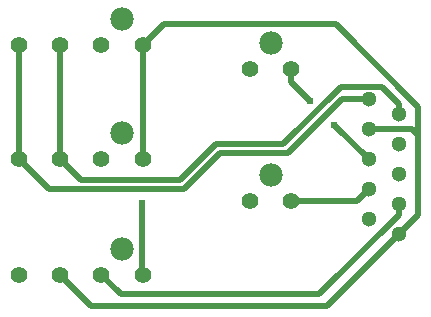
<source format=gbr>
G04 #@! TF.FileFunction,Copper,L1,Top,Signal*
%FSLAX46Y46*%
G04 Gerber Fmt 4.6, Leading zero omitted, Abs format (unit mm)*
G04 Created by KiCad (PCBNEW 4.0.7-e2-6376~58~ubuntu16.04.1) date Mon Jan 22 14:14:19 2018*
%MOMM*%
%LPD*%
G01*
G04 APERTURE LIST*
%ADD10C,0.100000*%
%ADD11C,1.397000*%
%ADD12C,1.981000*%
%ADD13C,1.300000*%
%ADD14C,0.609600*%
%ADD15C,0.508000*%
G04 APERTURE END LIST*
D10*
D11*
X133195000Y-100457000D03*
X136695000Y-100457000D03*
D12*
X134945000Y-98227000D03*
D11*
X129695000Y-100457000D03*
X126195000Y-100457000D03*
D13*
X158369000Y-91948000D03*
X158369000Y-94488000D03*
X158369000Y-97028000D03*
X158369000Y-89408000D03*
X155829000Y-95758000D03*
X155829000Y-93218000D03*
X155829000Y-90678000D03*
X155829000Y-88138000D03*
X158369000Y-86868000D03*
X155829000Y-85598000D03*
D11*
X145796000Y-94234000D03*
X149296000Y-94234000D03*
D12*
X147546000Y-92004000D03*
D11*
X145796000Y-83058000D03*
X149296000Y-83058000D03*
D12*
X147546000Y-80828000D03*
D11*
X133195000Y-90678000D03*
X136695000Y-90678000D03*
D12*
X134945000Y-88448000D03*
D11*
X129695000Y-90678000D03*
X126195000Y-90678000D03*
X133195000Y-81026000D03*
X136695000Y-81026000D03*
D12*
X134945000Y-78796000D03*
D11*
X129695000Y-81026000D03*
X126195000Y-81026000D03*
D14*
X136652000Y-94361000D03*
X150876000Y-85725000D03*
X152908000Y-87757000D03*
D15*
X160020000Y-86233000D02*
X160020000Y-88646000D01*
X160020000Y-88646000D02*
X160020000Y-95377000D01*
X155829000Y-88138000D02*
X159512000Y-88138000D01*
X159512000Y-88138000D02*
X160020000Y-88646000D01*
X136695000Y-81026000D02*
X138473000Y-79248000D01*
X138473000Y-79248000D02*
X153035000Y-79248000D01*
X153035000Y-79248000D02*
X160020000Y-86233000D01*
X160020000Y-95377000D02*
X158369000Y-97028000D01*
X136652000Y-94361000D02*
X136652000Y-100414000D01*
X136652000Y-100414000D02*
X136695000Y-100457000D01*
X136695000Y-81026000D02*
X136695000Y-90678000D01*
X152273000Y-103124000D02*
X132362000Y-103124000D01*
X132362000Y-103124000D02*
X129695000Y-100457000D01*
X136568000Y-90805000D02*
X136695000Y-90678000D01*
X152273000Y-103124000D02*
X158369000Y-97028000D01*
X151668238Y-102108000D02*
X134846000Y-102108000D01*
X134846000Y-102108000D02*
X133195000Y-100457000D01*
X158369000Y-94488000D02*
X158369000Y-95407238D01*
X158369000Y-95407238D02*
X151668238Y-102108000D01*
X158369000Y-86868000D02*
X158369000Y-85948762D01*
X158369000Y-85948762D02*
X156961837Y-84541599D01*
X156961837Y-84541599D02*
X153456401Y-84541599D01*
X153456401Y-84541599D02*
X148590000Y-89408000D01*
X148590000Y-89408000D02*
X142875000Y-89408000D01*
X142875000Y-89408000D02*
X139827000Y-92456000D01*
X139827000Y-92456000D02*
X131473000Y-92456000D01*
X131473000Y-92456000D02*
X129695000Y-90678000D01*
X129695000Y-81026000D02*
X129695000Y-90678000D01*
X140208000Y-93218000D02*
X128735000Y-93218000D01*
X128735000Y-93218000D02*
X126195000Y-90678000D01*
X143256000Y-90170000D02*
X140208000Y-93218000D01*
X148971000Y-90170000D02*
X143256000Y-90170000D01*
X153543000Y-85598000D02*
X148971000Y-90170000D01*
X155829000Y-85598000D02*
X153543000Y-85598000D01*
X126195000Y-81026000D02*
X126195000Y-90678000D01*
X149296000Y-94234000D02*
X154813000Y-94234000D01*
X154813000Y-94234000D02*
X155829000Y-93218000D01*
X150876000Y-85725000D02*
X149296000Y-84145000D01*
X149296000Y-84145000D02*
X149296000Y-83058000D01*
X155829000Y-90678000D02*
X152908000Y-87757000D01*
M02*

</source>
